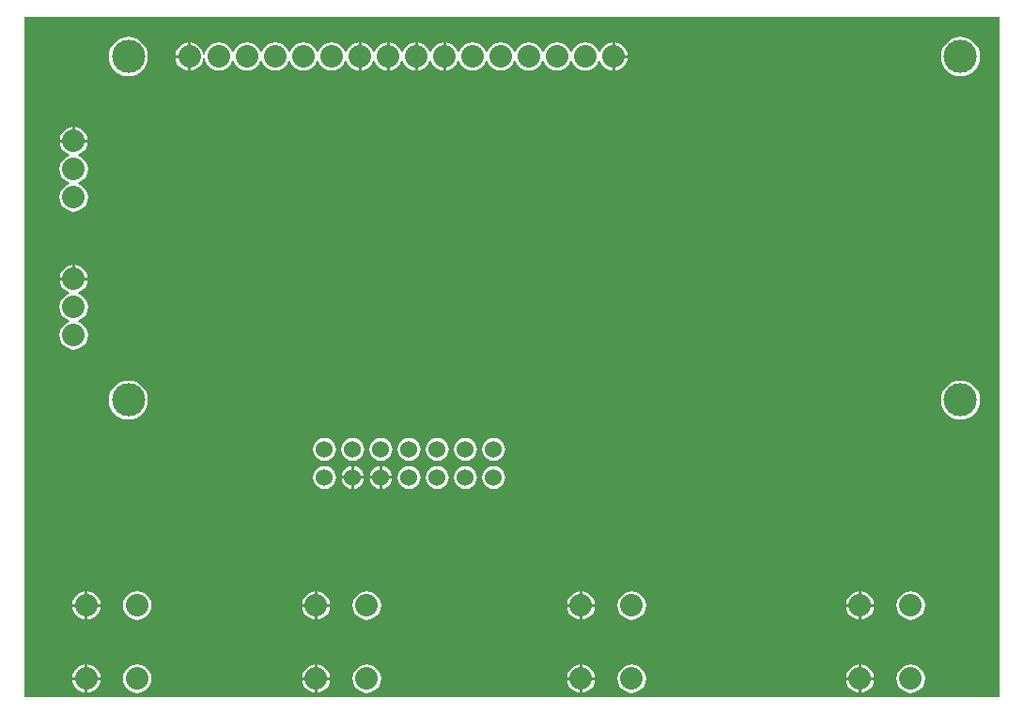
<source format=gbl>
G04*
G04 #@! TF.GenerationSoftware,Altium Limited,Altium Designer,19.0.12 (326)*
G04*
G04 Layer_Physical_Order=2*
G04 Layer_Color=16711680*
%FSLAX25Y25*%
%MOIN*%
G70*
G01*
G75*
%ADD24C,0.06000*%
%ADD25C,0.08000*%
%ADD26C,0.11811*%
G36*
X347524Y239897D02*
Y-1603D01*
X1524Y-1603D01*
Y239897D01*
X347524Y239897D01*
D02*
G37*
%LPC*%
G36*
X200544Y230964D02*
X199239Y230792D01*
X198023Y230288D01*
X196978Y229487D01*
X196177Y228442D01*
X195815Y227569D01*
X195274D01*
X194912Y228442D01*
X194110Y229487D01*
X193066Y230288D01*
X191850Y230792D01*
X190544Y230964D01*
X189239Y230792D01*
X188023Y230288D01*
X186978Y229487D01*
X186177Y228442D01*
X185815Y227569D01*
X185274D01*
X184912Y228442D01*
X184110Y229487D01*
X183066Y230288D01*
X181850Y230792D01*
X180544Y230964D01*
X179239Y230792D01*
X178023Y230288D01*
X176978Y229487D01*
X176177Y228442D01*
X175815Y227569D01*
X175274D01*
X174912Y228442D01*
X174110Y229487D01*
X173066Y230288D01*
X171850Y230792D01*
X170544Y230964D01*
X169239Y230792D01*
X168023Y230288D01*
X166978Y229487D01*
X166177Y228442D01*
X165815Y227569D01*
X165274D01*
X164912Y228442D01*
X164110Y229487D01*
X163066Y230288D01*
X161849Y230792D01*
X160544Y230964D01*
X159239Y230792D01*
X158023Y230288D01*
X156978Y229487D01*
X156177Y228442D01*
X155815Y227569D01*
X155274D01*
X154912Y228442D01*
X154110Y229487D01*
X153066Y230288D01*
X151849Y230792D01*
X151044Y230898D01*
Y225921D01*
Y220943D01*
X151849Y221049D01*
X153066Y221553D01*
X154110Y222355D01*
X154912Y223399D01*
X155274Y224273D01*
X155815D01*
X156177Y223399D01*
X156978Y222355D01*
X158023Y221553D01*
X159239Y221049D01*
X160544Y220878D01*
X161849Y221049D01*
X163066Y221553D01*
X164110Y222355D01*
X164912Y223399D01*
X165274Y224273D01*
X165815D01*
X166177Y223399D01*
X166978Y222355D01*
X168023Y221553D01*
X169239Y221049D01*
X170544Y220878D01*
X171850Y221049D01*
X173066Y221553D01*
X174110Y222355D01*
X174912Y223399D01*
X175274Y224273D01*
X175815D01*
X176177Y223399D01*
X176978Y222355D01*
X178023Y221553D01*
X179239Y221049D01*
X180544Y220878D01*
X181850Y221049D01*
X183066Y221553D01*
X184110Y222355D01*
X184912Y223399D01*
X185274Y224273D01*
X185815D01*
X186177Y223399D01*
X186978Y222355D01*
X188023Y221553D01*
X189239Y221049D01*
X190544Y220878D01*
X191850Y221049D01*
X193066Y221553D01*
X194110Y222355D01*
X194912Y223399D01*
X195274Y224273D01*
X195815D01*
X196177Y223399D01*
X196978Y222355D01*
X198023Y221553D01*
X199239Y221049D01*
X200544Y220878D01*
X201850Y221049D01*
X203066Y221553D01*
X204110Y222355D01*
X204912Y223399D01*
X205274Y224273D01*
X205815D01*
X206177Y223399D01*
X206978Y222355D01*
X208023Y221553D01*
X209239Y221049D01*
X210044Y220943D01*
Y225921D01*
Y230898D01*
X209239Y230792D01*
X208023Y230288D01*
X206978Y229487D01*
X206177Y228442D01*
X205815Y227569D01*
X205274D01*
X204912Y228442D01*
X204110Y229487D01*
X203066Y230288D01*
X201850Y230792D01*
X200544Y230964D01*
D02*
G37*
G36*
X150044Y230898D02*
X149239Y230792D01*
X148023Y230288D01*
X146978Y229487D01*
X146177Y228442D01*
X145815Y227569D01*
X145274D01*
X144912Y228442D01*
X144110Y229487D01*
X143066Y230288D01*
X141850Y230792D01*
X141044Y230898D01*
Y225921D01*
Y220943D01*
X141850Y221049D01*
X143066Y221553D01*
X144110Y222355D01*
X144912Y223399D01*
X145274Y224273D01*
X145815D01*
X146177Y223399D01*
X146978Y222355D01*
X148023Y221553D01*
X149239Y221049D01*
X150044Y220943D01*
Y225921D01*
Y230898D01*
D02*
G37*
G36*
X140044D02*
X139239Y230792D01*
X138023Y230288D01*
X136978Y229487D01*
X136177Y228442D01*
X135815Y227569D01*
X135274D01*
X134912Y228442D01*
X134110Y229487D01*
X133066Y230288D01*
X131850Y230792D01*
X131044Y230898D01*
Y225921D01*
Y220943D01*
X131850Y221049D01*
X133066Y221553D01*
X134110Y222355D01*
X134912Y223399D01*
X135274Y224273D01*
X135815D01*
X136177Y223399D01*
X136978Y222355D01*
X138023Y221553D01*
X139239Y221049D01*
X140044Y220943D01*
Y225921D01*
Y230898D01*
D02*
G37*
G36*
X130044D02*
X129239Y230792D01*
X128023Y230288D01*
X126978Y229487D01*
X126177Y228442D01*
X125815Y227569D01*
X125274D01*
X124912Y228442D01*
X124110Y229487D01*
X123066Y230288D01*
X121850Y230792D01*
X121044Y230898D01*
Y225921D01*
Y220943D01*
X121850Y221049D01*
X123066Y221553D01*
X124110Y222355D01*
X124912Y223399D01*
X125274Y224273D01*
X125815D01*
X126177Y223399D01*
X126978Y222355D01*
X128023Y221553D01*
X129239Y221049D01*
X130044Y220943D01*
Y225921D01*
Y230898D01*
D02*
G37*
G36*
X110544Y230964D02*
X109239Y230792D01*
X108023Y230288D01*
X106978Y229487D01*
X106177Y228442D01*
X105815Y227569D01*
X105274D01*
X104912Y228442D01*
X104110Y229487D01*
X103066Y230288D01*
X101849Y230792D01*
X100544Y230964D01*
X99239Y230792D01*
X98023Y230288D01*
X96978Y229487D01*
X96177Y228442D01*
X95815Y227569D01*
X95274D01*
X94912Y228442D01*
X94110Y229487D01*
X93066Y230288D01*
X91849Y230792D01*
X90544Y230964D01*
X89239Y230792D01*
X88023Y230288D01*
X86978Y229487D01*
X86177Y228442D01*
X85815Y227569D01*
X85274D01*
X84912Y228442D01*
X84110Y229487D01*
X83066Y230288D01*
X81849Y230792D01*
X80544Y230964D01*
X79239Y230792D01*
X78023Y230288D01*
X76978Y229487D01*
X76177Y228442D01*
X75815Y227569D01*
X75274D01*
X74912Y228442D01*
X74110Y229487D01*
X73066Y230288D01*
X71850Y230792D01*
X70544Y230964D01*
X69239Y230792D01*
X68023Y230288D01*
X66978Y229487D01*
X66177Y228442D01*
X65673Y227226D01*
X65544Y226250D01*
X65040D01*
X64912Y227226D01*
X64408Y228442D01*
X63606Y229487D01*
X62562Y230288D01*
X61345Y230792D01*
X60540Y230898D01*
Y225921D01*
Y220943D01*
X61345Y221049D01*
X62562Y221553D01*
X63606Y222355D01*
X64408Y223399D01*
X64912Y224615D01*
X65040Y225592D01*
X65544D01*
X65673Y224615D01*
X66177Y223399D01*
X66978Y222355D01*
X68023Y221553D01*
X69239Y221049D01*
X70544Y220878D01*
X71850Y221049D01*
X73066Y221553D01*
X74110Y222355D01*
X74912Y223399D01*
X75274Y224273D01*
X75815D01*
X76177Y223399D01*
X76978Y222355D01*
X78023Y221553D01*
X79239Y221049D01*
X80544Y220878D01*
X81849Y221049D01*
X83066Y221553D01*
X84110Y222355D01*
X84912Y223399D01*
X85274Y224273D01*
X85815D01*
X86177Y223399D01*
X86978Y222355D01*
X88023Y221553D01*
X89239Y221049D01*
X90544Y220878D01*
X91849Y221049D01*
X93066Y221553D01*
X94110Y222355D01*
X94912Y223399D01*
X95274Y224273D01*
X95815D01*
X96177Y223399D01*
X96978Y222355D01*
X98023Y221553D01*
X99239Y221049D01*
X100544Y220878D01*
X101849Y221049D01*
X103066Y221553D01*
X104110Y222355D01*
X104912Y223399D01*
X105274Y224273D01*
X105815D01*
X106177Y223399D01*
X106978Y222355D01*
X108023Y221553D01*
X109239Y221049D01*
X110544Y220878D01*
X111849Y221049D01*
X113066Y221553D01*
X114110Y222355D01*
X114912Y223399D01*
X115274Y224273D01*
X115815D01*
X116177Y223399D01*
X116978Y222355D01*
X118023Y221553D01*
X119239Y221049D01*
X120044Y220943D01*
Y225921D01*
Y230898D01*
X119239Y230792D01*
X118023Y230288D01*
X116978Y229487D01*
X116177Y228442D01*
X115815Y227569D01*
X115274D01*
X114912Y228442D01*
X114110Y229487D01*
X113066Y230288D01*
X111849Y230792D01*
X110544Y230964D01*
D02*
G37*
G36*
X211044Y230898D02*
Y226421D01*
X215522D01*
X215416Y227226D01*
X214912Y228442D01*
X214110Y229487D01*
X213066Y230288D01*
X211849Y230792D01*
X211044Y230898D01*
D02*
G37*
G36*
X59540D02*
X58735Y230792D01*
X57519Y230288D01*
X56474Y229487D01*
X55673Y228442D01*
X55169Y227226D01*
X55063Y226421D01*
X59540D01*
Y230898D01*
D02*
G37*
G36*
X215522Y225421D02*
X211044D01*
Y220943D01*
X211849Y221049D01*
X213066Y221553D01*
X214110Y222355D01*
X214912Y223399D01*
X215416Y224615D01*
X215522Y225421D01*
D02*
G37*
G36*
X59540D02*
X55063D01*
X55169Y224615D01*
X55673Y223399D01*
X56474Y222355D01*
X57519Y221553D01*
X58735Y221049D01*
X59540Y220943D01*
Y225421D01*
D02*
G37*
G36*
X333662Y232860D02*
X332309Y232726D01*
X331007Y232331D01*
X329807Y231690D01*
X328756Y230827D01*
X327893Y229776D01*
X327252Y228576D01*
X326857Y227274D01*
X326723Y225921D01*
X326857Y224567D01*
X327252Y223265D01*
X327893Y222066D01*
X328756Y221014D01*
X329807Y220151D01*
X331007Y219510D01*
X332309Y219115D01*
X333662Y218982D01*
X335016Y219115D01*
X336318Y219510D01*
X337517Y220151D01*
X338569Y221014D01*
X339432Y222066D01*
X340073Y223265D01*
X340468Y224567D01*
X340601Y225921D01*
X340468Y227274D01*
X340073Y228576D01*
X339432Y229776D01*
X338569Y230827D01*
X337517Y231690D01*
X336318Y232331D01*
X335016Y232726D01*
X333662Y232860D01*
D02*
G37*
G36*
X38387D02*
X37033Y232726D01*
X35731Y232331D01*
X34532Y231690D01*
X33480Y230827D01*
X32617Y229776D01*
X31976Y228576D01*
X31581Y227274D01*
X31448Y225921D01*
X31581Y224567D01*
X31976Y223265D01*
X32617Y222066D01*
X33480Y221014D01*
X34532Y220151D01*
X35731Y219510D01*
X37033Y219115D01*
X38387Y218982D01*
X39740Y219115D01*
X41042Y219510D01*
X42242Y220151D01*
X43293Y221014D01*
X44156Y222066D01*
X44798Y223265D01*
X45192Y224567D01*
X45326Y225921D01*
X45192Y227274D01*
X44798Y228576D01*
X44156Y229776D01*
X43293Y230827D01*
X42242Y231690D01*
X41042Y232331D01*
X39740Y232726D01*
X38387Y232860D01*
D02*
G37*
G36*
X19524Y200874D02*
Y196397D01*
X24002D01*
X23896Y197202D01*
X23392Y198419D01*
X22591Y199463D01*
X21546Y200265D01*
X20330Y200768D01*
X19524Y200874D01*
D02*
G37*
G36*
X18525Y200874D02*
X17719Y200768D01*
X16503Y200265D01*
X15459Y199463D01*
X14657Y198419D01*
X14153Y197202D01*
X14047Y196397D01*
X18525D01*
Y200874D01*
D02*
G37*
G36*
X24002Y195397D02*
X19025D01*
X14047D01*
X14153Y194592D01*
X14657Y193376D01*
X15459Y192331D01*
X16503Y191530D01*
X17377Y191168D01*
Y190626D01*
X16503Y190264D01*
X15459Y189463D01*
X14657Y188419D01*
X14153Y187202D01*
X13981Y185897D01*
X14153Y184592D01*
X14657Y183376D01*
X15459Y182331D01*
X16503Y181530D01*
X17377Y181168D01*
Y180626D01*
X16503Y180264D01*
X15459Y179463D01*
X14657Y178419D01*
X14153Y177202D01*
X13981Y175897D01*
X14153Y174592D01*
X14657Y173375D01*
X15459Y172331D01*
X16503Y171530D01*
X17719Y171026D01*
X19025Y170854D01*
X20330Y171026D01*
X21546Y171530D01*
X22591Y172331D01*
X23392Y173375D01*
X23896Y174592D01*
X24068Y175897D01*
X23896Y177202D01*
X23392Y178419D01*
X22591Y179463D01*
X21546Y180264D01*
X20672Y180626D01*
Y181168D01*
X21546Y181530D01*
X22591Y182331D01*
X23392Y183376D01*
X23896Y184592D01*
X24068Y185897D01*
X23896Y187202D01*
X23392Y188419D01*
X22591Y189463D01*
X21546Y190264D01*
X20672Y190626D01*
Y191168D01*
X21546Y191530D01*
X22591Y192331D01*
X23392Y193376D01*
X23896Y194592D01*
X24002Y195397D01*
D02*
G37*
G36*
X19524Y151874D02*
Y147397D01*
X24002D01*
X23896Y148202D01*
X23392Y149419D01*
X22591Y150463D01*
X21546Y151265D01*
X20330Y151768D01*
X19524Y151874D01*
D02*
G37*
G36*
X18525Y151874D02*
X17719Y151768D01*
X16503Y151265D01*
X15459Y150463D01*
X14657Y149419D01*
X14153Y148202D01*
X14047Y147397D01*
X18525D01*
Y151874D01*
D02*
G37*
G36*
X24002Y146397D02*
X19025D01*
X14047D01*
X14153Y145592D01*
X14657Y144376D01*
X15459Y143331D01*
X16503Y142530D01*
X17377Y142168D01*
Y141626D01*
X16503Y141264D01*
X15459Y140463D01*
X14657Y139419D01*
X14153Y138202D01*
X13981Y136897D01*
X14153Y135592D01*
X14657Y134376D01*
X15459Y133331D01*
X16503Y132530D01*
X17377Y132168D01*
Y131626D01*
X16503Y131264D01*
X15459Y130463D01*
X14657Y129419D01*
X14153Y128202D01*
X13981Y126897D01*
X14153Y125592D01*
X14657Y124375D01*
X15459Y123331D01*
X16503Y122530D01*
X17719Y122026D01*
X19025Y121854D01*
X20330Y122026D01*
X21546Y122530D01*
X22591Y123331D01*
X23392Y124375D01*
X23896Y125592D01*
X24068Y126897D01*
X23896Y128202D01*
X23392Y129419D01*
X22591Y130463D01*
X21546Y131264D01*
X20672Y131626D01*
Y132168D01*
X21546Y132530D01*
X22591Y133331D01*
X23392Y134376D01*
X23896Y135592D01*
X24068Y136897D01*
X23896Y138202D01*
X23392Y139419D01*
X22591Y140463D01*
X21546Y141264D01*
X20672Y141626D01*
Y142168D01*
X21546Y142530D01*
X22591Y143331D01*
X23392Y144376D01*
X23896Y145592D01*
X24002Y146397D01*
D02*
G37*
G36*
X333662Y110812D02*
X332309Y110679D01*
X331007Y110284D01*
X329807Y109643D01*
X328756Y108780D01*
X327893Y107729D01*
X327252Y106529D01*
X326857Y105227D01*
X326723Y103874D01*
X326857Y102520D01*
X327252Y101218D01*
X327893Y100018D01*
X328756Y98967D01*
X329807Y98104D01*
X331007Y97463D01*
X332309Y97068D01*
X333662Y96935D01*
X335016Y97068D01*
X336318Y97463D01*
X337517Y98104D01*
X338569Y98967D01*
X339432Y100018D01*
X340073Y101218D01*
X340468Y102520D01*
X340601Y103874D01*
X340468Y105227D01*
X340073Y106529D01*
X339432Y107729D01*
X338569Y108780D01*
X337517Y109643D01*
X336318Y110284D01*
X335016Y110679D01*
X333662Y110812D01*
D02*
G37*
G36*
X38387Y110812D02*
X37033Y110679D01*
X35731Y110284D01*
X34532Y109643D01*
X33480Y108780D01*
X32617Y107729D01*
X31976Y106529D01*
X31581Y105227D01*
X31448Y103873D01*
X31581Y102520D01*
X31976Y101218D01*
X32617Y100018D01*
X33480Y98967D01*
X34532Y98104D01*
X35731Y97463D01*
X37033Y97068D01*
X38387Y96934D01*
X39740Y97068D01*
X41042Y97463D01*
X42242Y98104D01*
X43293Y98967D01*
X44156Y100018D01*
X44798Y101218D01*
X45192Y102520D01*
X45326Y103873D01*
X45192Y105227D01*
X44798Y106529D01*
X44156Y107729D01*
X43293Y108780D01*
X42242Y109643D01*
X41042Y110284D01*
X39740Y110679D01*
X38387Y110812D01*
D02*
G37*
G36*
X168025Y90432D02*
X166980Y90294D01*
X166007Y89891D01*
X165172Y89250D01*
X164531Y88414D01*
X164128Y87441D01*
X163990Y86397D01*
X164128Y85353D01*
X164531Y84380D01*
X165172Y83544D01*
X166007Y82903D01*
X166980Y82500D01*
X168025Y82363D01*
X169069Y82500D01*
X170042Y82903D01*
X170877Y83544D01*
X171519Y84380D01*
X171922Y85353D01*
X172059Y86397D01*
X171922Y87441D01*
X171519Y88414D01*
X170877Y89250D01*
X170042Y89891D01*
X169069Y90294D01*
X168025Y90432D01*
D02*
G37*
G36*
X158025D02*
X156980Y90294D01*
X156007Y89891D01*
X155172Y89250D01*
X154531Y88414D01*
X154128Y87441D01*
X153990Y86397D01*
X154128Y85353D01*
X154531Y84380D01*
X155172Y83544D01*
X156007Y82903D01*
X156980Y82500D01*
X158025Y82363D01*
X159069Y82500D01*
X160042Y82903D01*
X160877Y83544D01*
X161519Y84380D01*
X161922Y85353D01*
X162059Y86397D01*
X161922Y87441D01*
X161519Y88414D01*
X160877Y89250D01*
X160042Y89891D01*
X159069Y90294D01*
X158025Y90432D01*
D02*
G37*
G36*
X148024D02*
X146980Y90294D01*
X146007Y89891D01*
X145172Y89250D01*
X144530Y88414D01*
X144128Y87441D01*
X143990Y86397D01*
X144128Y85353D01*
X144530Y84380D01*
X145172Y83544D01*
X146007Y82903D01*
X146980Y82500D01*
X148024Y82363D01*
X149069Y82500D01*
X150042Y82903D01*
X150877Y83544D01*
X151518Y84380D01*
X151922Y85353D01*
X152059Y86397D01*
X151922Y87441D01*
X151518Y88414D01*
X150877Y89250D01*
X150042Y89891D01*
X149069Y90294D01*
X148024Y90432D01*
D02*
G37*
G36*
X138024D02*
X136980Y90294D01*
X136007Y89891D01*
X135172Y89250D01*
X134530Y88414D01*
X134127Y87441D01*
X133990Y86397D01*
X134127Y85353D01*
X134530Y84380D01*
X135172Y83544D01*
X136007Y82903D01*
X136980Y82500D01*
X138024Y82363D01*
X139069Y82500D01*
X140042Y82903D01*
X140877Y83544D01*
X141518Y84380D01*
X141922Y85353D01*
X142059Y86397D01*
X141922Y87441D01*
X141518Y88414D01*
X140877Y89250D01*
X140042Y89891D01*
X139069Y90294D01*
X138024Y90432D01*
D02*
G37*
G36*
X128024D02*
X126980Y90294D01*
X126007Y89891D01*
X125172Y89250D01*
X124530Y88414D01*
X124127Y87441D01*
X123990Y86397D01*
X124127Y85353D01*
X124530Y84380D01*
X125172Y83544D01*
X126007Y82903D01*
X126980Y82500D01*
X128024Y82363D01*
X129069Y82500D01*
X130042Y82903D01*
X130877Y83544D01*
X131518Y84380D01*
X131922Y85353D01*
X132059Y86397D01*
X131922Y87441D01*
X131518Y88414D01*
X130877Y89250D01*
X130042Y89891D01*
X129069Y90294D01*
X128024Y90432D01*
D02*
G37*
G36*
X118025D02*
X116980Y90294D01*
X116007Y89891D01*
X115172Y89250D01*
X114531Y88414D01*
X114128Y87441D01*
X113990Y86397D01*
X114128Y85353D01*
X114531Y84380D01*
X115172Y83544D01*
X116007Y82903D01*
X116980Y82500D01*
X118025Y82363D01*
X119069Y82500D01*
X120042Y82903D01*
X120877Y83544D01*
X121519Y84380D01*
X121922Y85353D01*
X122059Y86397D01*
X121922Y87441D01*
X121519Y88414D01*
X120877Y89250D01*
X120042Y89891D01*
X119069Y90294D01*
X118025Y90432D01*
D02*
G37*
G36*
X108025D02*
X106980Y90294D01*
X106007Y89891D01*
X105172Y89250D01*
X104531Y88414D01*
X104128Y87441D01*
X103990Y86397D01*
X104128Y85353D01*
X104531Y84380D01*
X105172Y83544D01*
X106007Y82903D01*
X106980Y82500D01*
X108025Y82363D01*
X109069Y82500D01*
X110042Y82903D01*
X110877Y83544D01*
X111519Y84380D01*
X111922Y85353D01*
X112059Y86397D01*
X111922Y87441D01*
X111519Y88414D01*
X110877Y89250D01*
X110042Y89891D01*
X109069Y90294D01*
X108025Y90432D01*
D02*
G37*
G36*
X128524Y80366D02*
Y76897D01*
X131993D01*
X131922Y77441D01*
X131518Y78414D01*
X130877Y79250D01*
X130042Y79891D01*
X129069Y80294D01*
X128524Y80366D01*
D02*
G37*
G36*
X127524D02*
X126980Y80294D01*
X126007Y79891D01*
X125172Y79250D01*
X124530Y78414D01*
X124127Y77441D01*
X124056Y76897D01*
X127524D01*
Y80366D01*
D02*
G37*
G36*
X118525D02*
Y76897D01*
X121993D01*
X121922Y77441D01*
X121519Y78414D01*
X120877Y79250D01*
X120042Y79891D01*
X119069Y80294D01*
X118525Y80366D01*
D02*
G37*
G36*
X117525D02*
X116980Y80294D01*
X116007Y79891D01*
X115172Y79250D01*
X114531Y78414D01*
X114128Y77441D01*
X114056Y76897D01*
X117525D01*
Y80366D01*
D02*
G37*
G36*
X131993Y75897D02*
X128524D01*
Y72428D01*
X129069Y72500D01*
X130042Y72903D01*
X130877Y73544D01*
X131518Y74380D01*
X131922Y75353D01*
X131993Y75897D01*
D02*
G37*
G36*
X127524D02*
X124056D01*
X124127Y75353D01*
X124530Y74380D01*
X125172Y73544D01*
X126007Y72903D01*
X126980Y72500D01*
X127524Y72428D01*
Y75897D01*
D02*
G37*
G36*
X121993D02*
X118525D01*
Y72428D01*
X119069Y72500D01*
X120042Y72903D01*
X120877Y73544D01*
X121519Y74380D01*
X121922Y75353D01*
X121993Y75897D01*
D02*
G37*
G36*
X117525D02*
X114056D01*
X114128Y75353D01*
X114531Y74380D01*
X115172Y73544D01*
X116007Y72903D01*
X116980Y72500D01*
X117525Y72428D01*
Y75897D01*
D02*
G37*
G36*
X168025Y80432D02*
X166980Y80294D01*
X166007Y79891D01*
X165172Y79250D01*
X164531Y78414D01*
X164128Y77441D01*
X163990Y76397D01*
X164128Y75353D01*
X164531Y74380D01*
X165172Y73544D01*
X166007Y72903D01*
X166980Y72500D01*
X168025Y72363D01*
X169069Y72500D01*
X170042Y72903D01*
X170877Y73544D01*
X171519Y74380D01*
X171922Y75353D01*
X172059Y76397D01*
X171922Y77441D01*
X171519Y78414D01*
X170877Y79250D01*
X170042Y79891D01*
X169069Y80294D01*
X168025Y80432D01*
D02*
G37*
G36*
X158025D02*
X156980Y80294D01*
X156007Y79891D01*
X155172Y79250D01*
X154531Y78414D01*
X154128Y77441D01*
X153990Y76397D01*
X154128Y75353D01*
X154531Y74380D01*
X155172Y73544D01*
X156007Y72903D01*
X156980Y72500D01*
X158025Y72363D01*
X159069Y72500D01*
X160042Y72903D01*
X160877Y73544D01*
X161519Y74380D01*
X161922Y75353D01*
X162059Y76397D01*
X161922Y77441D01*
X161519Y78414D01*
X160877Y79250D01*
X160042Y79891D01*
X159069Y80294D01*
X158025Y80432D01*
D02*
G37*
G36*
X148024D02*
X146980Y80294D01*
X146007Y79891D01*
X145172Y79250D01*
X144530Y78414D01*
X144128Y77441D01*
X143990Y76397D01*
X144128Y75353D01*
X144530Y74380D01*
X145172Y73544D01*
X146007Y72903D01*
X146980Y72500D01*
X148024Y72363D01*
X149069Y72500D01*
X150042Y72903D01*
X150877Y73544D01*
X151518Y74380D01*
X151922Y75353D01*
X152059Y76397D01*
X151922Y77441D01*
X151518Y78414D01*
X150877Y79250D01*
X150042Y79891D01*
X149069Y80294D01*
X148024Y80432D01*
D02*
G37*
G36*
X138024D02*
X136980Y80294D01*
X136007Y79891D01*
X135172Y79250D01*
X134530Y78414D01*
X134127Y77441D01*
X133990Y76397D01*
X134127Y75353D01*
X134530Y74380D01*
X135172Y73544D01*
X136007Y72903D01*
X136980Y72500D01*
X138024Y72363D01*
X139069Y72500D01*
X140042Y72903D01*
X140877Y73544D01*
X141518Y74380D01*
X141922Y75353D01*
X142059Y76397D01*
X141922Y77441D01*
X141518Y78414D01*
X140877Y79250D01*
X140042Y79891D01*
X139069Y80294D01*
X138024Y80432D01*
D02*
G37*
G36*
X108025D02*
X106980Y80294D01*
X106007Y79891D01*
X105172Y79250D01*
X104531Y78414D01*
X104128Y77441D01*
X103990Y76397D01*
X104128Y75353D01*
X104531Y74380D01*
X105172Y73544D01*
X106007Y72903D01*
X106980Y72500D01*
X108025Y72363D01*
X109069Y72500D01*
X110042Y72903D01*
X110877Y73544D01*
X111519Y74380D01*
X111922Y75353D01*
X112059Y76397D01*
X111922Y77441D01*
X111519Y78414D01*
X110877Y79250D01*
X110042Y79891D01*
X109069Y80294D01*
X108025Y80432D01*
D02*
G37*
G36*
X105525Y35874D02*
Y31397D01*
X110002D01*
X109896Y32202D01*
X109392Y33419D01*
X108591Y34463D01*
X107546Y35265D01*
X106330Y35768D01*
X105525Y35874D01*
D02*
G37*
G36*
X298524D02*
Y31397D01*
X303002D01*
X302896Y32202D01*
X302392Y33419D01*
X301591Y34463D01*
X300546Y35265D01*
X299330Y35768D01*
X298524Y35874D01*
D02*
G37*
G36*
X199524D02*
Y31397D01*
X204002D01*
X203896Y32202D01*
X203392Y33419D01*
X202591Y34463D01*
X201546Y35265D01*
X200330Y35768D01*
X199524Y35874D01*
D02*
G37*
G36*
X24024D02*
Y31397D01*
X28502D01*
X28396Y32202D01*
X27892Y33419D01*
X27091Y34463D01*
X26046Y35265D01*
X24830Y35768D01*
X24024Y35874D01*
D02*
G37*
G36*
X104525D02*
X103719Y35768D01*
X102503Y35265D01*
X101459Y34463D01*
X100657Y33419D01*
X100153Y32202D01*
X100047Y31397D01*
X104525D01*
Y35874D01*
D02*
G37*
G36*
X23024D02*
X22219Y35768D01*
X21003Y35265D01*
X19959Y34463D01*
X19157Y33419D01*
X18653Y32202D01*
X18547Y31397D01*
X23024D01*
Y35874D01*
D02*
G37*
G36*
X297524D02*
X296719Y35768D01*
X295503Y35265D01*
X294459Y34463D01*
X293657Y33419D01*
X293153Y32202D01*
X293047Y31397D01*
X297524D01*
Y35874D01*
D02*
G37*
G36*
X198524D02*
X197719Y35768D01*
X196503Y35265D01*
X195458Y34463D01*
X194657Y33419D01*
X194153Y32202D01*
X194047Y31397D01*
X198524D01*
Y35874D01*
D02*
G37*
G36*
X303002Y30397D02*
X298524D01*
Y25920D01*
X299330Y26026D01*
X300546Y26530D01*
X301591Y27331D01*
X302392Y28376D01*
X302896Y29592D01*
X303002Y30397D01*
D02*
G37*
G36*
X204002D02*
X199524D01*
Y25920D01*
X200330Y26026D01*
X201546Y26530D01*
X202591Y27331D01*
X203392Y28376D01*
X203896Y29592D01*
X204002Y30397D01*
D02*
G37*
G36*
X110002D02*
X105525D01*
Y25920D01*
X106330Y26026D01*
X107546Y26530D01*
X108591Y27331D01*
X109392Y28376D01*
X109896Y29592D01*
X110002Y30397D01*
D02*
G37*
G36*
X28502D02*
X24024D01*
Y25920D01*
X24830Y26026D01*
X26046Y26530D01*
X27091Y27331D01*
X27892Y28376D01*
X28396Y29592D01*
X28502Y30397D01*
D02*
G37*
G36*
X297524D02*
X293047D01*
X293153Y29592D01*
X293657Y28376D01*
X294459Y27331D01*
X295503Y26530D01*
X296719Y26026D01*
X297524Y25920D01*
Y30397D01*
D02*
G37*
G36*
X198524D02*
X194047D01*
X194153Y29592D01*
X194657Y28376D01*
X195458Y27331D01*
X196503Y26530D01*
X197719Y26026D01*
X198524Y25920D01*
Y30397D01*
D02*
G37*
G36*
X104525D02*
X100047D01*
X100153Y29592D01*
X100657Y28376D01*
X101459Y27331D01*
X102503Y26530D01*
X103719Y26026D01*
X104525Y25920D01*
Y30397D01*
D02*
G37*
G36*
X23024D02*
X18547D01*
X18653Y29592D01*
X19157Y28376D01*
X19959Y27331D01*
X21003Y26530D01*
X22219Y26026D01*
X23024Y25920D01*
Y30397D01*
D02*
G37*
G36*
X316024Y35940D02*
X314719Y35768D01*
X313503Y35265D01*
X312458Y34463D01*
X311657Y33419D01*
X311153Y32202D01*
X310981Y30897D01*
X311153Y29592D01*
X311657Y28376D01*
X312458Y27331D01*
X313503Y26530D01*
X314719Y26026D01*
X316024Y25854D01*
X317330Y26026D01*
X318546Y26530D01*
X319591Y27331D01*
X320392Y28376D01*
X320896Y29592D01*
X321068Y30897D01*
X320896Y32202D01*
X320392Y33419D01*
X319591Y34463D01*
X318546Y35265D01*
X317330Y35768D01*
X316024Y35940D01*
D02*
G37*
G36*
X217024D02*
X215719Y35768D01*
X214503Y35265D01*
X213458Y34463D01*
X212657Y33419D01*
X212153Y32202D01*
X211981Y30897D01*
X212153Y29592D01*
X212657Y28376D01*
X213458Y27331D01*
X214503Y26530D01*
X215719Y26026D01*
X217024Y25854D01*
X218330Y26026D01*
X219546Y26530D01*
X220591Y27331D01*
X221392Y28376D01*
X221896Y29592D01*
X222068Y30897D01*
X221896Y32202D01*
X221392Y33419D01*
X220591Y34463D01*
X219546Y35265D01*
X218330Y35768D01*
X217024Y35940D01*
D02*
G37*
G36*
X123024D02*
X121719Y35768D01*
X120503Y35265D01*
X119458Y34463D01*
X118657Y33419D01*
X118153Y32202D01*
X117981Y30897D01*
X118153Y29592D01*
X118657Y28376D01*
X119458Y27331D01*
X120503Y26530D01*
X121719Y26026D01*
X123024Y25854D01*
X124330Y26026D01*
X125546Y26530D01*
X126591Y27331D01*
X127392Y28376D01*
X127896Y29592D01*
X128068Y30897D01*
X127896Y32202D01*
X127392Y33419D01*
X126591Y34463D01*
X125546Y35265D01*
X124330Y35768D01*
X123024Y35940D01*
D02*
G37*
G36*
X41524D02*
X40219Y35768D01*
X39003Y35265D01*
X37958Y34463D01*
X37157Y33419D01*
X36653Y32202D01*
X36481Y30897D01*
X36653Y29592D01*
X37157Y28376D01*
X37958Y27331D01*
X39003Y26530D01*
X40219Y26026D01*
X41524Y25854D01*
X42830Y26026D01*
X44046Y26530D01*
X45091Y27331D01*
X45892Y28376D01*
X46396Y29592D01*
X46568Y30897D01*
X46396Y32202D01*
X45892Y33419D01*
X45091Y34463D01*
X44046Y35265D01*
X42830Y35768D01*
X41524Y35940D01*
D02*
G37*
G36*
X298524Y9874D02*
Y5397D01*
X303002D01*
X302896Y6202D01*
X302392Y7419D01*
X301591Y8463D01*
X300546Y9264D01*
X299330Y9768D01*
X298524Y9874D01*
D02*
G37*
G36*
X199524D02*
Y5397D01*
X204002D01*
X203896Y6202D01*
X203392Y7419D01*
X202591Y8463D01*
X201546Y9264D01*
X200330Y9768D01*
X199524Y9874D01*
D02*
G37*
G36*
X105525D02*
Y5397D01*
X110002D01*
X109896Y6202D01*
X109392Y7419D01*
X108591Y8463D01*
X107546Y9264D01*
X106330Y9768D01*
X105525Y9874D01*
D02*
G37*
G36*
X24024D02*
Y5397D01*
X28502D01*
X28396Y6202D01*
X27892Y7419D01*
X27091Y8463D01*
X26046Y9264D01*
X24830Y9768D01*
X24024Y9874D01*
D02*
G37*
G36*
X297524D02*
X296719Y9768D01*
X295503Y9264D01*
X294459Y8463D01*
X293657Y7419D01*
X293153Y6202D01*
X293047Y5397D01*
X297524D01*
Y9874D01*
D02*
G37*
G36*
X104525D02*
X103719Y9768D01*
X102503Y9264D01*
X101459Y8463D01*
X100657Y7419D01*
X100153Y6202D01*
X100047Y5397D01*
X104525D01*
Y9874D01*
D02*
G37*
G36*
X23024D02*
X22219Y9768D01*
X21003Y9264D01*
X19959Y8463D01*
X19157Y7419D01*
X18653Y6202D01*
X18547Y5397D01*
X23024D01*
Y9874D01*
D02*
G37*
G36*
X198524D02*
X197719Y9768D01*
X196503Y9264D01*
X195458Y8463D01*
X194657Y7419D01*
X194153Y6202D01*
X194047Y5397D01*
X198524D01*
Y9874D01*
D02*
G37*
G36*
X110002Y4397D02*
X105525D01*
Y-80D01*
X106330Y26D01*
X107546Y530D01*
X108591Y1331D01*
X109392Y2376D01*
X109896Y3592D01*
X110002Y4397D01*
D02*
G37*
G36*
X28502D02*
X24024D01*
Y-80D01*
X24830Y26D01*
X26046Y530D01*
X27091Y1331D01*
X27892Y2376D01*
X28396Y3592D01*
X28502Y4397D01*
D02*
G37*
G36*
X303002D02*
X298524D01*
Y-80D01*
X299330Y26D01*
X300546Y530D01*
X301591Y1331D01*
X302392Y2376D01*
X302896Y3592D01*
X303002Y4397D01*
D02*
G37*
G36*
X204002D02*
X199524D01*
Y-80D01*
X200330Y26D01*
X201546Y530D01*
X202591Y1331D01*
X203392Y2376D01*
X203896Y3592D01*
X204002Y4397D01*
D02*
G37*
G36*
X297524D02*
X293047D01*
X293153Y3592D01*
X293657Y2376D01*
X294459Y1331D01*
X295503Y530D01*
X296719Y26D01*
X297524Y-80D01*
Y4397D01*
D02*
G37*
G36*
X198524D02*
X194047D01*
X194153Y3592D01*
X194657Y2376D01*
X195458Y1331D01*
X196503Y530D01*
X197719Y26D01*
X198524Y-80D01*
Y4397D01*
D02*
G37*
G36*
X104525D02*
X100047D01*
X100153Y3592D01*
X100657Y2376D01*
X101459Y1331D01*
X102503Y530D01*
X103719Y26D01*
X104525Y-80D01*
Y4397D01*
D02*
G37*
G36*
X23024D02*
X18547D01*
X18653Y3592D01*
X19157Y2376D01*
X19959Y1331D01*
X21003Y530D01*
X22219Y26D01*
X23024Y-80D01*
Y4397D01*
D02*
G37*
G36*
X316024Y9940D02*
X314719Y9768D01*
X313503Y9264D01*
X312458Y8463D01*
X311657Y7419D01*
X311153Y6202D01*
X310981Y4897D01*
X311153Y3592D01*
X311657Y2376D01*
X312458Y1331D01*
X313503Y530D01*
X314719Y26D01*
X316024Y-146D01*
X317330Y26D01*
X318546Y530D01*
X319591Y1331D01*
X320392Y2376D01*
X320896Y3592D01*
X321068Y4897D01*
X320896Y6202D01*
X320392Y7419D01*
X319591Y8463D01*
X318546Y9264D01*
X317330Y9768D01*
X316024Y9940D01*
D02*
G37*
G36*
X217024D02*
X215719Y9768D01*
X214503Y9264D01*
X213458Y8463D01*
X212657Y7419D01*
X212153Y6202D01*
X211981Y4897D01*
X212153Y3592D01*
X212657Y2376D01*
X213458Y1331D01*
X214503Y530D01*
X215719Y26D01*
X217024Y-146D01*
X218330Y26D01*
X219546Y530D01*
X220591Y1331D01*
X221392Y2376D01*
X221896Y3592D01*
X222068Y4897D01*
X221896Y6202D01*
X221392Y7419D01*
X220591Y8463D01*
X219546Y9264D01*
X218330Y9768D01*
X217024Y9940D01*
D02*
G37*
G36*
X123024D02*
X121719Y9768D01*
X120503Y9264D01*
X119458Y8463D01*
X118657Y7419D01*
X118153Y6202D01*
X117981Y4897D01*
X118153Y3592D01*
X118657Y2376D01*
X119458Y1331D01*
X120503Y530D01*
X121719Y26D01*
X123024Y-146D01*
X124330Y26D01*
X125546Y530D01*
X126591Y1331D01*
X127392Y2376D01*
X127896Y3592D01*
X128068Y4897D01*
X127896Y6202D01*
X127392Y7419D01*
X126591Y8463D01*
X125546Y9264D01*
X124330Y9768D01*
X123024Y9940D01*
D02*
G37*
G36*
X41524D02*
X40219Y9768D01*
X39003Y9264D01*
X37958Y8463D01*
X37157Y7419D01*
X36653Y6202D01*
X36481Y4897D01*
X36653Y3592D01*
X37157Y2376D01*
X37958Y1331D01*
X39003Y530D01*
X40219Y26D01*
X41524Y-146D01*
X42830Y26D01*
X44046Y530D01*
X45091Y1331D01*
X45892Y2376D01*
X46396Y3592D01*
X46568Y4897D01*
X46396Y6202D01*
X45892Y7419D01*
X45091Y8463D01*
X44046Y9264D01*
X42830Y9768D01*
X41524Y9940D01*
D02*
G37*
%LPD*%
D24*
X168025Y76397D02*
D03*
Y86397D02*
D03*
X158025Y76397D02*
D03*
Y86397D02*
D03*
X148024Y76397D02*
D03*
Y86397D02*
D03*
X138024Y76397D02*
D03*
Y86397D02*
D03*
X128024Y76397D02*
D03*
Y86397D02*
D03*
X118025Y76397D02*
D03*
Y86397D02*
D03*
X108025Y76397D02*
D03*
Y86397D02*
D03*
D25*
X19025Y146897D02*
D03*
Y136897D02*
D03*
Y126897D02*
D03*
Y195897D02*
D03*
Y185897D02*
D03*
Y175897D02*
D03*
X210544Y225921D02*
D03*
X200544D02*
D03*
X190544D02*
D03*
X180544D02*
D03*
X170544D02*
D03*
X160544D02*
D03*
X150544D02*
D03*
X140544D02*
D03*
X130544D02*
D03*
X120544D02*
D03*
X110544D02*
D03*
X100544D02*
D03*
X90544D02*
D03*
X80544D02*
D03*
X70544D02*
D03*
X60040D02*
D03*
X41524Y4897D02*
D03*
Y30897D02*
D03*
X23525Y4897D02*
D03*
Y30897D02*
D03*
X123024Y4897D02*
D03*
Y30897D02*
D03*
X105025Y4897D02*
D03*
Y30897D02*
D03*
X217024Y4897D02*
D03*
Y30897D02*
D03*
X199024Y4897D02*
D03*
Y30897D02*
D03*
X316024Y4897D02*
D03*
Y30897D02*
D03*
X298025Y4897D02*
D03*
Y30897D02*
D03*
D26*
X333662Y225921D02*
D03*
Y103874D02*
D03*
X38387Y103873D02*
D03*
Y225921D02*
D03*
M02*

</source>
